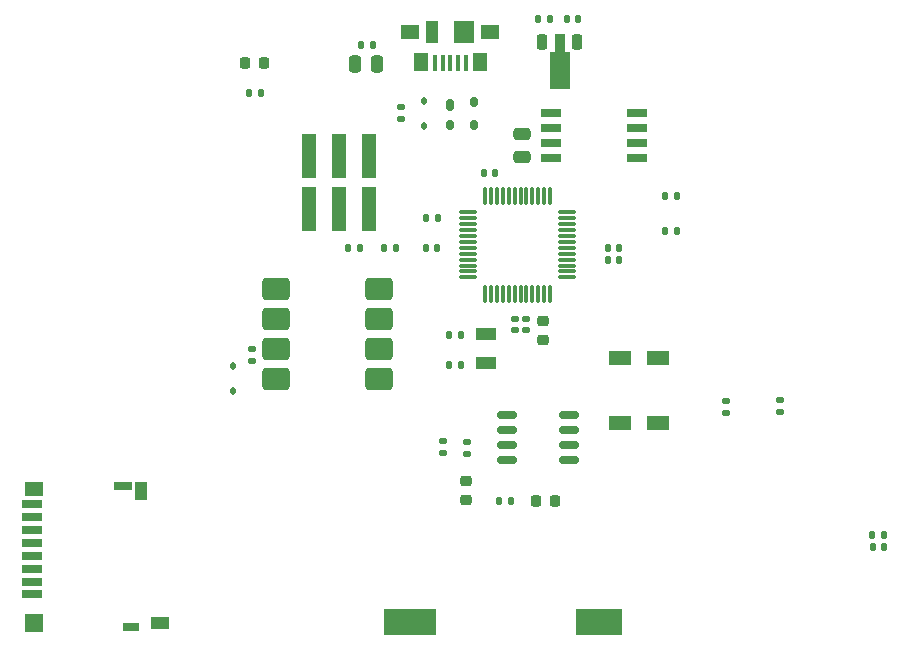
<source format=gbr>
%TF.GenerationSoftware,KiCad,Pcbnew,8.0.4*%
%TF.CreationDate,2024-10-12T17:49:04+01:00*%
%TF.ProjectId,MKRZero_V5.0,4d4b525a-6572-46f5-9f56-352e302e6b69,rev?*%
%TF.SameCoordinates,Original*%
%TF.FileFunction,Paste,Top*%
%TF.FilePolarity,Positive*%
%FSLAX46Y46*%
G04 Gerber Fmt 4.6, Leading zero omitted, Abs format (unit mm)*
G04 Created by KiCad (PCBNEW 8.0.4) date 2024-10-12 17:49:04*
%MOMM*%
%LPD*%
G01*
G04 APERTURE LIST*
G04 Aperture macros list*
%AMRoundRect*
0 Rectangle with rounded corners*
0 $1 Rounding radius*
0 $2 $3 $4 $5 $6 $7 $8 $9 X,Y pos of 4 corners*
0 Add a 4 corners polygon primitive as box body*
4,1,4,$2,$3,$4,$5,$6,$7,$8,$9,$2,$3,0*
0 Add four circle primitives for the rounded corners*
1,1,$1+$1,$2,$3*
1,1,$1+$1,$4,$5*
1,1,$1+$1,$6,$7*
1,1,$1+$1,$8,$9*
0 Add four rect primitives between the rounded corners*
20,1,$1+$1,$2,$3,$4,$5,0*
20,1,$1+$1,$4,$5,$6,$7,0*
20,1,$1+$1,$6,$7,$8,$9,0*
20,1,$1+$1,$8,$9,$2,$3,0*%
%AMFreePoly0*
4,1,9,3.862500,-0.866500,0.737500,-0.866500,0.737500,-0.450000,-0.737500,-0.450000,-0.737500,0.450000,0.737500,0.450000,0.737500,0.866500,3.862500,0.866500,3.862500,-0.866500,3.862500,-0.866500,$1*%
G04 Aperture macros list end*
%ADD10RoundRect,0.250000X0.475000X-0.250000X0.475000X0.250000X-0.475000X0.250000X-0.475000X-0.250000X0*%
%ADD11R,1.900000X1.300000*%
%ADD12RoundRect,0.140000X0.140000X0.170000X-0.140000X0.170000X-0.140000X-0.170000X0.140000X-0.170000X0*%
%ADD13RoundRect,0.135000X-0.185000X0.135000X-0.185000X-0.135000X0.185000X-0.135000X0.185000X0.135000X0*%
%ADD14RoundRect,0.135000X-0.135000X-0.185000X0.135000X-0.185000X0.135000X0.185000X-0.135000X0.185000X0*%
%ADD15RoundRect,0.135000X0.185000X-0.135000X0.185000X0.135000X-0.185000X0.135000X-0.185000X-0.135000X0*%
%ADD16R,0.450000X1.380000*%
%ADD17R,1.650000X1.300000*%
%ADD18R,1.200000X1.550000*%
%ADD19R,1.800000X1.900000*%
%ADD20R,1.000000X1.900000*%
%ADD21RoundRect,0.225000X0.250000X-0.225000X0.250000X0.225000X-0.250000X0.225000X-0.250000X-0.225000X0*%
%ADD22RoundRect,0.135000X0.135000X0.185000X-0.135000X0.185000X-0.135000X-0.185000X0.135000X-0.185000X0*%
%ADD23RoundRect,0.075000X0.075000X-0.662500X0.075000X0.662500X-0.075000X0.662500X-0.075000X-0.662500X0*%
%ADD24RoundRect,0.075000X0.662500X-0.075000X0.662500X0.075000X-0.662500X0.075000X-0.662500X-0.075000X0*%
%ADD25RoundRect,0.140000X-0.140000X-0.170000X0.140000X-0.170000X0.140000X0.170000X-0.140000X0.170000X0*%
%ADD26RoundRect,0.140000X-0.170000X0.140000X-0.170000X-0.140000X0.170000X-0.140000X0.170000X0.140000X0*%
%ADD27R,1.700000X0.650000*%
%ADD28RoundRect,0.112500X-0.112500X0.187500X-0.112500X-0.187500X0.112500X-0.187500X0.112500X0.187500X0*%
%ADD29RoundRect,0.225000X-0.225000X0.425000X-0.225000X-0.425000X0.225000X-0.425000X0.225000X0.425000X0*%
%ADD30FreePoly0,270.000000*%
%ADD31RoundRect,0.150000X0.675000X0.150000X-0.675000X0.150000X-0.675000X-0.150000X0.675000X-0.150000X0*%
%ADD32R,4.000000X2.300000*%
%ADD33R,4.400000X2.300000*%
%ADD34R,1.750000X0.700000*%
%ADD35R,1.550000X1.000000*%
%ADD36R,1.000000X1.550000*%
%ADD37R,1.500000X1.300000*%
%ADD38R,1.500000X1.500000*%
%ADD39R,1.400000X0.800000*%
%ADD40R,1.500000X0.800000*%
%ADD41RoundRect,0.250000X0.250000X0.475000X-0.250000X0.475000X-0.250000X-0.475000X0.250000X-0.475000X0*%
%ADD42RoundRect,0.175000X-0.175000X-0.325000X0.175000X-0.325000X0.175000X0.325000X-0.175000X0.325000X0*%
%ADD43RoundRect,0.175000X-0.175000X-0.225000X0.175000X-0.225000X0.175000X0.225000X-0.175000X0.225000X0*%
%ADD44R,1.800000X1.000000*%
%ADD45RoundRect,0.218750X0.256250X-0.218750X0.256250X0.218750X-0.256250X0.218750X-0.256250X-0.218750X0*%
%ADD46RoundRect,0.225000X0.225000X0.250000X-0.225000X0.250000X-0.225000X-0.250000X0.225000X-0.250000X0*%
%ADD47RoundRect,0.218750X-0.218750X-0.256250X0.218750X-0.256250X0.218750X0.256250X-0.218750X0.256250X0*%
%ADD48RoundRect,0.250000X-0.900000X-0.675000X0.900000X-0.675000X0.900000X0.675000X-0.900000X0.675000X0*%
%ADD49R,1.270000X3.683000*%
G04 APERTURE END LIST*
D10*
%TO.C,C15*%
X41115000Y-12695000D03*
X41115000Y-10795000D03*
%TD*%
D11*
%TO.C,Q1*%
X49454000Y-29762000D03*
X49454000Y-35262000D03*
X52654000Y-35262000D03*
X52654000Y-29762000D03*
%TD*%
D12*
%TO.C,C13*%
X45900000Y-1000000D03*
X44940000Y-1000000D03*
%TD*%
D13*
%TO.C,R10*%
X18288000Y-28954000D03*
X18288000Y-29974000D03*
%TD*%
D14*
%TO.C,R11*%
X53250000Y-19000000D03*
X54270000Y-19000000D03*
%TD*%
D15*
%TO.C,R2*%
X30860100Y-9530000D03*
X30860100Y-8510000D03*
%TD*%
D16*
%TO.C,J1*%
X36351100Y-4765000D03*
X35701100Y-4765000D03*
X35051100Y-4765000D03*
X34401100Y-4765000D03*
X33751100Y-4765000D03*
D17*
X38426100Y-2105000D03*
D18*
X37538600Y-4680000D03*
D19*
X36201100Y-2105000D03*
D20*
X33501100Y-2105000D03*
D18*
X32563600Y-4680000D03*
D17*
X31676100Y-2105000D03*
%TD*%
D21*
%TO.C,C4*%
X36375000Y-41724000D03*
X36375000Y-40174000D03*
%TD*%
D22*
%TO.C,R6*%
X71810000Y-44700000D03*
X70790000Y-44700000D03*
%TD*%
D23*
%TO.C,U1*%
X38005000Y-24312500D03*
X38505000Y-24312500D03*
X39005000Y-24312500D03*
X39505000Y-24312500D03*
X40005000Y-24312500D03*
X40505000Y-24312500D03*
X41005000Y-24312500D03*
X41505000Y-24312500D03*
X42005000Y-24312500D03*
X42505000Y-24312500D03*
X43005000Y-24312500D03*
X43505000Y-24312500D03*
D24*
X44917500Y-22900000D03*
X44917500Y-22400000D03*
X44917500Y-21900000D03*
X44917500Y-21400000D03*
X44917500Y-20900000D03*
X44917500Y-20400000D03*
X44917500Y-19900000D03*
X44917500Y-19400000D03*
X44917500Y-18900000D03*
X44917500Y-18400000D03*
X44917500Y-17900000D03*
X44917500Y-17400000D03*
D23*
X43505000Y-15987500D03*
X43005000Y-15987500D03*
X42505000Y-15987500D03*
X42005000Y-15987500D03*
X41505000Y-15987500D03*
X41005000Y-15987500D03*
X40505000Y-15987500D03*
X40005000Y-15987500D03*
X39505000Y-15987500D03*
X39005000Y-15987500D03*
X38505000Y-15987500D03*
X38005000Y-15987500D03*
D24*
X36592500Y-17400000D03*
X36592500Y-17900000D03*
X36592500Y-18400000D03*
X36592500Y-18900000D03*
X36592500Y-19400000D03*
X36592500Y-19900000D03*
X36592500Y-20400000D03*
X36592500Y-20900000D03*
X36592500Y-21400000D03*
X36592500Y-21900000D03*
X36592500Y-22400000D03*
X36592500Y-22900000D03*
%TD*%
D25*
%TO.C,C7*%
X48420000Y-20400000D03*
X49380000Y-20400000D03*
%TD*%
D13*
%TO.C,R15*%
X62992000Y-33272000D03*
X62992000Y-34292000D03*
%TD*%
D25*
%TO.C,C9*%
X37920000Y-14100000D03*
X38880000Y-14100000D03*
%TD*%
D22*
%TO.C,R13*%
X40185000Y-41849000D03*
X39165000Y-41849000D03*
%TD*%
D26*
%TO.C,C11*%
X40500000Y-26429900D03*
X40500000Y-27389900D03*
%TD*%
D12*
%TO.C,C10*%
X49380000Y-21400000D03*
X48420000Y-21400000D03*
%TD*%
D27*
%TO.C,U4*%
X43594000Y-9017000D03*
X43594000Y-10287000D03*
X43594000Y-11557000D03*
X43594000Y-12827000D03*
X50894000Y-12827000D03*
X50894000Y-11557000D03*
X50894000Y-10287000D03*
X50894000Y-9017000D03*
%TD*%
D28*
%TO.C,D2*%
X32800000Y-7950000D03*
X32800000Y-10050000D03*
%TD*%
D29*
%TO.C,U2*%
X45822100Y-2955200D03*
D30*
X44322100Y-3042700D03*
D29*
X42822100Y-2955200D03*
%TD*%
D31*
%TO.C,IC1*%
X45125000Y-38354000D03*
X45125000Y-37084000D03*
X45125000Y-35814000D03*
X45125000Y-34544000D03*
X39875000Y-34544000D03*
X39875000Y-35814000D03*
X39875000Y-37084000D03*
X39875000Y-38354000D03*
%TD*%
D25*
%TO.C,C3*%
X34966000Y-30308500D03*
X35926000Y-30308500D03*
%TD*%
D22*
%TO.C,R9*%
X34000000Y-17900000D03*
X32980000Y-17900000D03*
%TD*%
%TO.C,R3*%
X27434000Y-20447000D03*
X26414000Y-20447000D03*
%TD*%
D25*
%TO.C,C2*%
X34966000Y-27808500D03*
X35926000Y-27808500D03*
%TD*%
D13*
%TO.C,R7*%
X36475000Y-36839000D03*
X36475000Y-37859000D03*
%TD*%
D12*
%TO.C,C8*%
X33970000Y-20400000D03*
X33010000Y-20400000D03*
%TD*%
D22*
%TO.C,R5*%
X19000000Y-7250000D03*
X17980000Y-7250000D03*
%TD*%
D32*
%TO.C,IC2*%
X47624000Y-52070000D03*
D33*
X31624000Y-52070000D03*
%TD*%
D28*
%TO.C,D4*%
X16637000Y-30446000D03*
X16637000Y-32546000D03*
%TD*%
D14*
%TO.C,R12*%
X53240000Y-16000000D03*
X54260000Y-16000000D03*
%TD*%
D34*
%TO.C,J3*%
X-359000Y-49750000D03*
X-359000Y-48650000D03*
X-359000Y-47550000D03*
X-359000Y-46450000D03*
X-359000Y-45350000D03*
X-359000Y-44250000D03*
X-359000Y-43150000D03*
X-359000Y-42050000D03*
D35*
X10441000Y-52200000D03*
D36*
X8866000Y-40948000D03*
D37*
X-231000Y-40850000D03*
D38*
X-231000Y-52200000D03*
D39*
X8016000Y-52525000D03*
D40*
X7366000Y-40575000D03*
%TD*%
D13*
%TO.C,R14*%
X58392000Y-33382000D03*
X58392000Y-34402000D03*
%TD*%
D12*
%TO.C,C14*%
X43480000Y-1000000D03*
X42520000Y-1000000D03*
%TD*%
D25*
%TO.C,C6*%
X70820000Y-45700000D03*
X71780000Y-45700000D03*
%TD*%
D41*
%TO.C,C1*%
X28850000Y-4800000D03*
X26950000Y-4800000D03*
%TD*%
D42*
%TO.C,D1*%
X35067100Y-8270000D03*
D43*
X35067100Y-9970000D03*
X37067100Y-9970000D03*
X37067100Y-8070000D03*
%TD*%
D13*
%TO.C,R8*%
X34475000Y-36789000D03*
X34475000Y-37809000D03*
%TD*%
D26*
%TO.C,C12*%
X41500000Y-26429900D03*
X41500000Y-27389900D03*
%TD*%
D44*
%TO.C,Y1*%
X38100000Y-30159900D03*
X38100000Y-27659900D03*
%TD*%
D14*
%TO.C,R4*%
X29462000Y-20447000D03*
X30482000Y-20447000D03*
%TD*%
D45*
%TO.C,L1*%
X42900000Y-28197400D03*
X42900000Y-26622400D03*
%TD*%
D46*
%TO.C,C5*%
X43900000Y-41849000D03*
X42350000Y-41849000D03*
%TD*%
D22*
%TO.C,R1*%
X28510000Y-3200000D03*
X27490000Y-3200000D03*
%TD*%
D47*
%TO.C,D3*%
X17715000Y-4750000D03*
X19290000Y-4750000D03*
%TD*%
D48*
%TO.C,U3*%
X20288000Y-23876000D03*
X20288000Y-26416000D03*
X20288000Y-28956000D03*
X20288000Y-31496000D03*
X28988000Y-31496000D03*
X28988000Y-28956000D03*
X28988000Y-26416000D03*
X28988000Y-23876000D03*
%TD*%
D49*
%TO.C,J2*%
X28194000Y-12636500D03*
X28194000Y-17081500D03*
X25654000Y-12636500D03*
X25654000Y-17081500D03*
X23114000Y-12636500D03*
X23114000Y-17081500D03*
%TD*%
M02*

</source>
